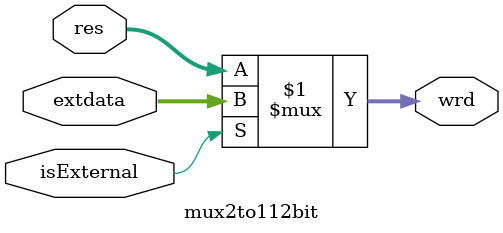
<source format=sv>
`timescale 1ns / 1ps


`timescale 1ns / 1ps
//////////////////////////////////////////////////////////////////////////////////
// Company: 
// Engineer: 
// 
// Create Date: 13.04.2021 00:46:41
// Design Name: 
// Module Name: mux2to1
// Project Name: 
// Target Devices: 
// Tool Versions: 
// Description: 
// 
// Dependencies: 
// 
// Revision:
// Revision 0.01 - File Created
// Additional Comments:
// 
//////////////////////////////////////////////////////////////////////////////////


module mux2to112bit(
input logic [11:0] extdata,
input logic [11:0] res,
input logic isExternal,
output logic [11:0] wrd
    );
    assign wrd = isExternal ? extdata : res;
endmodule

</source>
